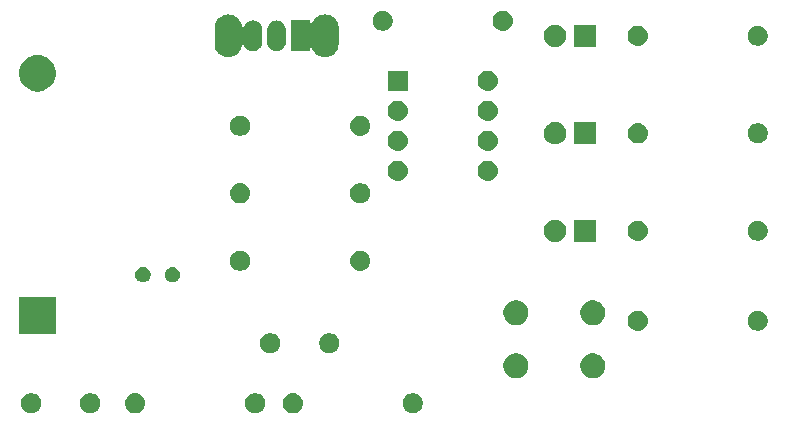
<source format=gbr>
G04 #@! TF.GenerationSoftware,KiCad,Pcbnew,(5.1.4)-1*
G04 #@! TF.CreationDate,2019-11-04T14:48:40+01:00*
G04 #@! TF.ProjectId,Soundsensor Digital,536f756e-6473-4656-9e73-6f7220446967,rev?*
G04 #@! TF.SameCoordinates,Original*
G04 #@! TF.FileFunction,Soldermask,Bot*
G04 #@! TF.FilePolarity,Negative*
%FSLAX46Y46*%
G04 Gerber Fmt 4.6, Leading zero omitted, Abs format (unit mm)*
G04 Created by KiCad (PCBNEW (5.1.4)-1) date 2019-11-04 14:48:40*
%MOMM*%
%LPD*%
G04 APERTURE LIST*
%ADD10C,0.100000*%
G04 APERTURE END LIST*
D10*
G36*
X154633228Y-129991703D02*
G01*
X154788100Y-130055853D01*
X154927481Y-130148985D01*
X155046015Y-130267519D01*
X155139147Y-130406900D01*
X155203297Y-130561772D01*
X155236000Y-130726184D01*
X155236000Y-130893816D01*
X155203297Y-131058228D01*
X155139147Y-131213100D01*
X155046015Y-131352481D01*
X154927481Y-131471015D01*
X154788100Y-131564147D01*
X154633228Y-131628297D01*
X154468816Y-131661000D01*
X154301184Y-131661000D01*
X154136772Y-131628297D01*
X153981900Y-131564147D01*
X153842519Y-131471015D01*
X153723985Y-131352481D01*
X153630853Y-131213100D01*
X153566703Y-131058228D01*
X153534000Y-130893816D01*
X153534000Y-130726184D01*
X153566703Y-130561772D01*
X153630853Y-130406900D01*
X153723985Y-130267519D01*
X153842519Y-130148985D01*
X153981900Y-130055853D01*
X154136772Y-129991703D01*
X154301184Y-129959000D01*
X154468816Y-129959000D01*
X154633228Y-129991703D01*
X154633228Y-129991703D01*
G37*
G36*
X186938228Y-129991703D02*
G01*
X187093100Y-130055853D01*
X187232481Y-130148985D01*
X187351015Y-130267519D01*
X187444147Y-130406900D01*
X187508297Y-130561772D01*
X187541000Y-130726184D01*
X187541000Y-130893816D01*
X187508297Y-131058228D01*
X187444147Y-131213100D01*
X187351015Y-131352481D01*
X187232481Y-131471015D01*
X187093100Y-131564147D01*
X186938228Y-131628297D01*
X186773816Y-131661000D01*
X186606184Y-131661000D01*
X186441772Y-131628297D01*
X186286900Y-131564147D01*
X186147519Y-131471015D01*
X186028985Y-131352481D01*
X185935853Y-131213100D01*
X185871703Y-131058228D01*
X185839000Y-130893816D01*
X185839000Y-130726184D01*
X185871703Y-130561772D01*
X185935853Y-130406900D01*
X186028985Y-130267519D01*
X186147519Y-130148985D01*
X186286900Y-130055853D01*
X186441772Y-129991703D01*
X186606184Y-129959000D01*
X186773816Y-129959000D01*
X186938228Y-129991703D01*
X186938228Y-129991703D01*
G37*
G36*
X176696823Y-129971313D02*
G01*
X176857242Y-130019976D01*
X176924361Y-130055852D01*
X177005078Y-130098996D01*
X177134659Y-130205341D01*
X177241004Y-130334922D01*
X177241005Y-130334924D01*
X177320024Y-130482758D01*
X177368687Y-130643177D01*
X177385117Y-130810000D01*
X177368687Y-130976823D01*
X177320024Y-131137242D01*
X177279477Y-131213100D01*
X177241004Y-131285078D01*
X177134659Y-131414659D01*
X177005078Y-131521004D01*
X177005076Y-131521005D01*
X176857242Y-131600024D01*
X176696823Y-131648687D01*
X176571804Y-131661000D01*
X176488196Y-131661000D01*
X176363177Y-131648687D01*
X176202758Y-131600024D01*
X176054924Y-131521005D01*
X176054922Y-131521004D01*
X175925341Y-131414659D01*
X175818996Y-131285078D01*
X175780523Y-131213100D01*
X175739976Y-131137242D01*
X175691313Y-130976823D01*
X175674883Y-130810000D01*
X175691313Y-130643177D01*
X175739976Y-130482758D01*
X175818995Y-130334924D01*
X175818996Y-130334922D01*
X175925341Y-130205341D01*
X176054922Y-130098996D01*
X176135639Y-130055852D01*
X176202758Y-130019976D01*
X176363177Y-129971313D01*
X176488196Y-129959000D01*
X176571804Y-129959000D01*
X176696823Y-129971313D01*
X176696823Y-129971313D01*
G37*
G36*
X173603228Y-129991703D02*
G01*
X173758100Y-130055853D01*
X173897481Y-130148985D01*
X174016015Y-130267519D01*
X174109147Y-130406900D01*
X174173297Y-130561772D01*
X174206000Y-130726184D01*
X174206000Y-130893816D01*
X174173297Y-131058228D01*
X174109147Y-131213100D01*
X174016015Y-131352481D01*
X173897481Y-131471015D01*
X173758100Y-131564147D01*
X173603228Y-131628297D01*
X173438816Y-131661000D01*
X173271184Y-131661000D01*
X173106772Y-131628297D01*
X172951900Y-131564147D01*
X172812519Y-131471015D01*
X172693985Y-131352481D01*
X172600853Y-131213100D01*
X172536703Y-131058228D01*
X172504000Y-130893816D01*
X172504000Y-130726184D01*
X172536703Y-130561772D01*
X172600853Y-130406900D01*
X172693985Y-130267519D01*
X172812519Y-130148985D01*
X172951900Y-130055853D01*
X173106772Y-129991703D01*
X173271184Y-129959000D01*
X173438816Y-129959000D01*
X173603228Y-129991703D01*
X173603228Y-129991703D01*
G37*
G36*
X159633228Y-129991703D02*
G01*
X159788100Y-130055853D01*
X159927481Y-130148985D01*
X160046015Y-130267519D01*
X160139147Y-130406900D01*
X160203297Y-130561772D01*
X160236000Y-130726184D01*
X160236000Y-130893816D01*
X160203297Y-131058228D01*
X160139147Y-131213100D01*
X160046015Y-131352481D01*
X159927481Y-131471015D01*
X159788100Y-131564147D01*
X159633228Y-131628297D01*
X159468816Y-131661000D01*
X159301184Y-131661000D01*
X159136772Y-131628297D01*
X158981900Y-131564147D01*
X158842519Y-131471015D01*
X158723985Y-131352481D01*
X158630853Y-131213100D01*
X158566703Y-131058228D01*
X158534000Y-130893816D01*
X158534000Y-130726184D01*
X158566703Y-130561772D01*
X158630853Y-130406900D01*
X158723985Y-130267519D01*
X158842519Y-130148985D01*
X158981900Y-130055853D01*
X159136772Y-129991703D01*
X159301184Y-129959000D01*
X159468816Y-129959000D01*
X159633228Y-129991703D01*
X159633228Y-129991703D01*
G37*
G36*
X163361823Y-129971313D02*
G01*
X163522242Y-130019976D01*
X163589361Y-130055852D01*
X163670078Y-130098996D01*
X163799659Y-130205341D01*
X163906004Y-130334922D01*
X163906005Y-130334924D01*
X163985024Y-130482758D01*
X164033687Y-130643177D01*
X164050117Y-130810000D01*
X164033687Y-130976823D01*
X163985024Y-131137242D01*
X163944477Y-131213100D01*
X163906004Y-131285078D01*
X163799659Y-131414659D01*
X163670078Y-131521004D01*
X163670076Y-131521005D01*
X163522242Y-131600024D01*
X163361823Y-131648687D01*
X163236804Y-131661000D01*
X163153196Y-131661000D01*
X163028177Y-131648687D01*
X162867758Y-131600024D01*
X162719924Y-131521005D01*
X162719922Y-131521004D01*
X162590341Y-131414659D01*
X162483996Y-131285078D01*
X162445523Y-131213100D01*
X162404976Y-131137242D01*
X162356313Y-130976823D01*
X162339883Y-130810000D01*
X162356313Y-130643177D01*
X162404976Y-130482758D01*
X162483995Y-130334924D01*
X162483996Y-130334922D01*
X162590341Y-130205341D01*
X162719922Y-130098996D01*
X162800639Y-130055852D01*
X162867758Y-130019976D01*
X163028177Y-129971313D01*
X163153196Y-129959000D01*
X163236804Y-129959000D01*
X163361823Y-129971313D01*
X163361823Y-129971313D01*
G37*
G36*
X195736564Y-126624389D02*
G01*
X195927833Y-126703615D01*
X195927835Y-126703616D01*
X196099973Y-126818635D01*
X196246365Y-126965027D01*
X196361385Y-127137167D01*
X196440611Y-127328436D01*
X196481000Y-127531484D01*
X196481000Y-127738516D01*
X196440611Y-127941564D01*
X196361385Y-128132833D01*
X196361384Y-128132835D01*
X196246365Y-128304973D01*
X196099973Y-128451365D01*
X195927835Y-128566384D01*
X195927834Y-128566385D01*
X195927833Y-128566385D01*
X195736564Y-128645611D01*
X195533516Y-128686000D01*
X195326484Y-128686000D01*
X195123436Y-128645611D01*
X194932167Y-128566385D01*
X194932166Y-128566385D01*
X194932165Y-128566384D01*
X194760027Y-128451365D01*
X194613635Y-128304973D01*
X194498616Y-128132835D01*
X194498615Y-128132833D01*
X194419389Y-127941564D01*
X194379000Y-127738516D01*
X194379000Y-127531484D01*
X194419389Y-127328436D01*
X194498615Y-127137167D01*
X194613635Y-126965027D01*
X194760027Y-126818635D01*
X194932165Y-126703616D01*
X194932167Y-126703615D01*
X195123436Y-126624389D01*
X195326484Y-126584000D01*
X195533516Y-126584000D01*
X195736564Y-126624389D01*
X195736564Y-126624389D01*
G37*
G36*
X202236564Y-126624389D02*
G01*
X202427833Y-126703615D01*
X202427835Y-126703616D01*
X202599973Y-126818635D01*
X202746365Y-126965027D01*
X202861385Y-127137167D01*
X202940611Y-127328436D01*
X202981000Y-127531484D01*
X202981000Y-127738516D01*
X202940611Y-127941564D01*
X202861385Y-128132833D01*
X202861384Y-128132835D01*
X202746365Y-128304973D01*
X202599973Y-128451365D01*
X202427835Y-128566384D01*
X202427834Y-128566385D01*
X202427833Y-128566385D01*
X202236564Y-128645611D01*
X202033516Y-128686000D01*
X201826484Y-128686000D01*
X201623436Y-128645611D01*
X201432167Y-128566385D01*
X201432166Y-128566385D01*
X201432165Y-128566384D01*
X201260027Y-128451365D01*
X201113635Y-128304973D01*
X200998616Y-128132835D01*
X200998615Y-128132833D01*
X200919389Y-127941564D01*
X200879000Y-127738516D01*
X200879000Y-127531484D01*
X200919389Y-127328436D01*
X200998615Y-127137167D01*
X201113635Y-126965027D01*
X201260027Y-126818635D01*
X201432165Y-126703616D01*
X201432167Y-126703615D01*
X201623436Y-126624389D01*
X201826484Y-126584000D01*
X202033516Y-126584000D01*
X202236564Y-126624389D01*
X202236564Y-126624389D01*
G37*
G36*
X179873228Y-124911703D02*
G01*
X180028100Y-124975853D01*
X180167481Y-125068985D01*
X180286015Y-125187519D01*
X180379147Y-125326900D01*
X180443297Y-125481772D01*
X180476000Y-125646184D01*
X180476000Y-125813816D01*
X180443297Y-125978228D01*
X180379147Y-126133100D01*
X180286015Y-126272481D01*
X180167481Y-126391015D01*
X180028100Y-126484147D01*
X179873228Y-126548297D01*
X179708816Y-126581000D01*
X179541184Y-126581000D01*
X179376772Y-126548297D01*
X179221900Y-126484147D01*
X179082519Y-126391015D01*
X178963985Y-126272481D01*
X178870853Y-126133100D01*
X178806703Y-125978228D01*
X178774000Y-125813816D01*
X178774000Y-125646184D01*
X178806703Y-125481772D01*
X178870853Y-125326900D01*
X178963985Y-125187519D01*
X179082519Y-125068985D01*
X179221900Y-124975853D01*
X179376772Y-124911703D01*
X179541184Y-124879000D01*
X179708816Y-124879000D01*
X179873228Y-124911703D01*
X179873228Y-124911703D01*
G37*
G36*
X174873228Y-124911703D02*
G01*
X175028100Y-124975853D01*
X175167481Y-125068985D01*
X175286015Y-125187519D01*
X175379147Y-125326900D01*
X175443297Y-125481772D01*
X175476000Y-125646184D01*
X175476000Y-125813816D01*
X175443297Y-125978228D01*
X175379147Y-126133100D01*
X175286015Y-126272481D01*
X175167481Y-126391015D01*
X175028100Y-126484147D01*
X174873228Y-126548297D01*
X174708816Y-126581000D01*
X174541184Y-126581000D01*
X174376772Y-126548297D01*
X174221900Y-126484147D01*
X174082519Y-126391015D01*
X173963985Y-126272481D01*
X173870853Y-126133100D01*
X173806703Y-125978228D01*
X173774000Y-125813816D01*
X173774000Y-125646184D01*
X173806703Y-125481772D01*
X173870853Y-125326900D01*
X173963985Y-125187519D01*
X174082519Y-125068985D01*
X174221900Y-124975853D01*
X174376772Y-124911703D01*
X174541184Y-124879000D01*
X174708816Y-124879000D01*
X174873228Y-124911703D01*
X174873228Y-124911703D01*
G37*
G36*
X156491000Y-124911000D02*
G01*
X153389000Y-124911000D01*
X153389000Y-121809000D01*
X156491000Y-121809000D01*
X156491000Y-124911000D01*
X156491000Y-124911000D01*
G37*
G36*
X205906823Y-122986313D02*
G01*
X206067242Y-123034976D01*
X206134361Y-123070852D01*
X206215078Y-123113996D01*
X206344659Y-123220341D01*
X206451004Y-123349922D01*
X206451005Y-123349924D01*
X206530024Y-123497758D01*
X206578687Y-123658177D01*
X206595117Y-123825000D01*
X206578687Y-123991823D01*
X206530024Y-124152242D01*
X206489477Y-124228100D01*
X206451004Y-124300078D01*
X206344659Y-124429659D01*
X206215078Y-124536004D01*
X206215076Y-124536005D01*
X206067242Y-124615024D01*
X205906823Y-124663687D01*
X205781804Y-124676000D01*
X205698196Y-124676000D01*
X205573177Y-124663687D01*
X205412758Y-124615024D01*
X205264924Y-124536005D01*
X205264922Y-124536004D01*
X205135341Y-124429659D01*
X205028996Y-124300078D01*
X204990523Y-124228100D01*
X204949976Y-124152242D01*
X204901313Y-123991823D01*
X204884883Y-123825000D01*
X204901313Y-123658177D01*
X204949976Y-123497758D01*
X205028995Y-123349924D01*
X205028996Y-123349922D01*
X205135341Y-123220341D01*
X205264922Y-123113996D01*
X205345639Y-123070852D01*
X205412758Y-123034976D01*
X205573177Y-122986313D01*
X205698196Y-122974000D01*
X205781804Y-122974000D01*
X205906823Y-122986313D01*
X205906823Y-122986313D01*
G37*
G36*
X216148228Y-123006703D02*
G01*
X216303100Y-123070853D01*
X216442481Y-123163985D01*
X216561015Y-123282519D01*
X216654147Y-123421900D01*
X216718297Y-123576772D01*
X216751000Y-123741184D01*
X216751000Y-123908816D01*
X216718297Y-124073228D01*
X216654147Y-124228100D01*
X216561015Y-124367481D01*
X216442481Y-124486015D01*
X216303100Y-124579147D01*
X216148228Y-124643297D01*
X215983816Y-124676000D01*
X215816184Y-124676000D01*
X215651772Y-124643297D01*
X215496900Y-124579147D01*
X215357519Y-124486015D01*
X215238985Y-124367481D01*
X215145853Y-124228100D01*
X215081703Y-124073228D01*
X215049000Y-123908816D01*
X215049000Y-123741184D01*
X215081703Y-123576772D01*
X215145853Y-123421900D01*
X215238985Y-123282519D01*
X215357519Y-123163985D01*
X215496900Y-123070853D01*
X215651772Y-123006703D01*
X215816184Y-122974000D01*
X215983816Y-122974000D01*
X216148228Y-123006703D01*
X216148228Y-123006703D01*
G37*
G36*
X195736564Y-122124389D02*
G01*
X195927833Y-122203615D01*
X195927835Y-122203616D01*
X196099973Y-122318635D01*
X196246365Y-122465027D01*
X196361385Y-122637167D01*
X196440611Y-122828436D01*
X196481000Y-123031484D01*
X196481000Y-123238516D01*
X196440611Y-123441564D01*
X196384606Y-123576772D01*
X196361384Y-123632835D01*
X196246365Y-123804973D01*
X196099973Y-123951365D01*
X195927835Y-124066384D01*
X195927834Y-124066385D01*
X195927833Y-124066385D01*
X195736564Y-124145611D01*
X195533516Y-124186000D01*
X195326484Y-124186000D01*
X195123436Y-124145611D01*
X194932167Y-124066385D01*
X194932166Y-124066385D01*
X194932165Y-124066384D01*
X194760027Y-123951365D01*
X194613635Y-123804973D01*
X194498616Y-123632835D01*
X194475394Y-123576772D01*
X194419389Y-123441564D01*
X194379000Y-123238516D01*
X194379000Y-123031484D01*
X194419389Y-122828436D01*
X194498615Y-122637167D01*
X194613635Y-122465027D01*
X194760027Y-122318635D01*
X194932165Y-122203616D01*
X194932167Y-122203615D01*
X195123436Y-122124389D01*
X195326484Y-122084000D01*
X195533516Y-122084000D01*
X195736564Y-122124389D01*
X195736564Y-122124389D01*
G37*
G36*
X202236564Y-122124389D02*
G01*
X202427833Y-122203615D01*
X202427835Y-122203616D01*
X202599973Y-122318635D01*
X202746365Y-122465027D01*
X202861385Y-122637167D01*
X202940611Y-122828436D01*
X202981000Y-123031484D01*
X202981000Y-123238516D01*
X202940611Y-123441564D01*
X202884606Y-123576772D01*
X202861384Y-123632835D01*
X202746365Y-123804973D01*
X202599973Y-123951365D01*
X202427835Y-124066384D01*
X202427834Y-124066385D01*
X202427833Y-124066385D01*
X202236564Y-124145611D01*
X202033516Y-124186000D01*
X201826484Y-124186000D01*
X201623436Y-124145611D01*
X201432167Y-124066385D01*
X201432166Y-124066385D01*
X201432165Y-124066384D01*
X201260027Y-123951365D01*
X201113635Y-123804973D01*
X200998616Y-123632835D01*
X200975394Y-123576772D01*
X200919389Y-123441564D01*
X200879000Y-123238516D01*
X200879000Y-123031484D01*
X200919389Y-122828436D01*
X200998615Y-122637167D01*
X201113635Y-122465027D01*
X201260027Y-122318635D01*
X201432165Y-122203616D01*
X201432167Y-122203615D01*
X201623436Y-122124389D01*
X201826484Y-122084000D01*
X202033516Y-122084000D01*
X202236564Y-122124389D01*
X202236564Y-122124389D01*
G37*
G36*
X166507031Y-119287481D02*
G01*
X166539890Y-119294017D01*
X166658364Y-119343091D01*
X166764988Y-119414335D01*
X166855665Y-119505012D01*
X166926909Y-119611636D01*
X166975983Y-119730110D01*
X167001000Y-119855882D01*
X167001000Y-119984118D01*
X166975983Y-120109890D01*
X166926909Y-120228364D01*
X166855665Y-120334988D01*
X166764988Y-120425665D01*
X166658364Y-120496909D01*
X166658363Y-120496910D01*
X166658362Y-120496910D01*
X166539890Y-120545983D01*
X166414119Y-120571000D01*
X166285881Y-120571000D01*
X166160110Y-120545983D01*
X166041638Y-120496910D01*
X166041637Y-120496910D01*
X166041636Y-120496909D01*
X165935012Y-120425665D01*
X165844335Y-120334988D01*
X165773091Y-120228364D01*
X165724017Y-120109890D01*
X165699000Y-119984118D01*
X165699000Y-119855882D01*
X165724017Y-119730110D01*
X165773091Y-119611636D01*
X165844335Y-119505012D01*
X165935012Y-119414335D01*
X166041636Y-119343091D01*
X166160110Y-119294017D01*
X166192969Y-119287481D01*
X166285881Y-119269000D01*
X166414119Y-119269000D01*
X166507031Y-119287481D01*
X166507031Y-119287481D01*
G37*
G36*
X164007031Y-119287481D02*
G01*
X164039890Y-119294017D01*
X164158364Y-119343091D01*
X164264988Y-119414335D01*
X164355665Y-119505012D01*
X164426909Y-119611636D01*
X164475983Y-119730110D01*
X164501000Y-119855882D01*
X164501000Y-119984118D01*
X164475983Y-120109890D01*
X164426909Y-120228364D01*
X164355665Y-120334988D01*
X164264988Y-120425665D01*
X164158364Y-120496909D01*
X164158363Y-120496910D01*
X164158362Y-120496910D01*
X164039890Y-120545983D01*
X163914119Y-120571000D01*
X163785881Y-120571000D01*
X163660110Y-120545983D01*
X163541638Y-120496910D01*
X163541637Y-120496910D01*
X163541636Y-120496909D01*
X163435012Y-120425665D01*
X163344335Y-120334988D01*
X163273091Y-120228364D01*
X163224017Y-120109890D01*
X163199000Y-119984118D01*
X163199000Y-119855882D01*
X163224017Y-119730110D01*
X163273091Y-119611636D01*
X163344335Y-119505012D01*
X163435012Y-119414335D01*
X163541636Y-119343091D01*
X163660110Y-119294017D01*
X163692969Y-119287481D01*
X163785881Y-119269000D01*
X163914119Y-119269000D01*
X164007031Y-119287481D01*
X164007031Y-119287481D01*
G37*
G36*
X182411823Y-117906313D02*
G01*
X182572242Y-117954976D01*
X182639361Y-117990852D01*
X182720078Y-118033996D01*
X182849659Y-118140341D01*
X182956004Y-118269922D01*
X182956005Y-118269924D01*
X183035024Y-118417758D01*
X183083687Y-118578177D01*
X183100117Y-118745000D01*
X183083687Y-118911823D01*
X183035024Y-119072242D01*
X182994477Y-119148100D01*
X182956004Y-119220078D01*
X182849659Y-119349659D01*
X182720078Y-119456004D01*
X182720076Y-119456005D01*
X182572242Y-119535024D01*
X182411823Y-119583687D01*
X182286804Y-119596000D01*
X182203196Y-119596000D01*
X182078177Y-119583687D01*
X181917758Y-119535024D01*
X181769924Y-119456005D01*
X181769922Y-119456004D01*
X181640341Y-119349659D01*
X181533996Y-119220078D01*
X181495523Y-119148100D01*
X181454976Y-119072242D01*
X181406313Y-118911823D01*
X181389883Y-118745000D01*
X181406313Y-118578177D01*
X181454976Y-118417758D01*
X181533995Y-118269924D01*
X181533996Y-118269922D01*
X181640341Y-118140341D01*
X181769922Y-118033996D01*
X181850639Y-117990852D01*
X181917758Y-117954976D01*
X182078177Y-117906313D01*
X182203196Y-117894000D01*
X182286804Y-117894000D01*
X182411823Y-117906313D01*
X182411823Y-117906313D01*
G37*
G36*
X172333228Y-117926703D02*
G01*
X172488100Y-117990853D01*
X172627481Y-118083985D01*
X172746015Y-118202519D01*
X172839147Y-118341900D01*
X172903297Y-118496772D01*
X172936000Y-118661184D01*
X172936000Y-118828816D01*
X172903297Y-118993228D01*
X172839147Y-119148100D01*
X172746015Y-119287481D01*
X172627481Y-119406015D01*
X172488100Y-119499147D01*
X172333228Y-119563297D01*
X172168816Y-119596000D01*
X172001184Y-119596000D01*
X171836772Y-119563297D01*
X171681900Y-119499147D01*
X171542519Y-119406015D01*
X171423985Y-119287481D01*
X171330853Y-119148100D01*
X171266703Y-118993228D01*
X171234000Y-118828816D01*
X171234000Y-118661184D01*
X171266703Y-118496772D01*
X171330853Y-118341900D01*
X171423985Y-118202519D01*
X171542519Y-118083985D01*
X171681900Y-117990853D01*
X171836772Y-117926703D01*
X172001184Y-117894000D01*
X172168816Y-117894000D01*
X172333228Y-117926703D01*
X172333228Y-117926703D01*
G37*
G36*
X202246000Y-117156000D02*
G01*
X200344000Y-117156000D01*
X200344000Y-115254000D01*
X202246000Y-115254000D01*
X202246000Y-117156000D01*
X202246000Y-117156000D01*
G37*
G36*
X199032395Y-115290546D02*
G01*
X199205466Y-115362234D01*
X199211572Y-115366314D01*
X199361227Y-115466310D01*
X199493690Y-115598773D01*
X199536284Y-115662520D01*
X199597766Y-115754534D01*
X199669454Y-115927605D01*
X199706000Y-116111333D01*
X199706000Y-116298667D01*
X199669454Y-116482395D01*
X199597766Y-116655466D01*
X199597765Y-116655467D01*
X199493690Y-116811227D01*
X199361227Y-116943690D01*
X199338092Y-116959148D01*
X199205466Y-117047766D01*
X199032395Y-117119454D01*
X198848667Y-117156000D01*
X198661333Y-117156000D01*
X198477605Y-117119454D01*
X198304534Y-117047766D01*
X198171908Y-116959148D01*
X198148773Y-116943690D01*
X198016310Y-116811227D01*
X197912235Y-116655467D01*
X197912234Y-116655466D01*
X197840546Y-116482395D01*
X197804000Y-116298667D01*
X197804000Y-116111333D01*
X197840546Y-115927605D01*
X197912234Y-115754534D01*
X197973716Y-115662520D01*
X198016310Y-115598773D01*
X198148773Y-115466310D01*
X198298428Y-115366314D01*
X198304534Y-115362234D01*
X198477605Y-115290546D01*
X198661333Y-115254000D01*
X198848667Y-115254000D01*
X199032395Y-115290546D01*
X199032395Y-115290546D01*
G37*
G36*
X205906823Y-115366313D02*
G01*
X206067242Y-115414976D01*
X206134361Y-115450852D01*
X206215078Y-115493996D01*
X206344659Y-115600341D01*
X206451004Y-115729922D01*
X206451005Y-115729924D01*
X206530024Y-115877758D01*
X206578687Y-116038177D01*
X206595117Y-116205000D01*
X206578687Y-116371823D01*
X206530024Y-116532242D01*
X206489477Y-116608100D01*
X206451004Y-116680078D01*
X206344659Y-116809659D01*
X206215078Y-116916004D01*
X206215076Y-116916005D01*
X206067242Y-116995024D01*
X205906823Y-117043687D01*
X205781804Y-117056000D01*
X205698196Y-117056000D01*
X205573177Y-117043687D01*
X205412758Y-116995024D01*
X205264924Y-116916005D01*
X205264922Y-116916004D01*
X205135341Y-116809659D01*
X205028996Y-116680078D01*
X204990523Y-116608100D01*
X204949976Y-116532242D01*
X204901313Y-116371823D01*
X204884883Y-116205000D01*
X204901313Y-116038177D01*
X204949976Y-115877758D01*
X205028995Y-115729924D01*
X205028996Y-115729922D01*
X205135341Y-115600341D01*
X205264922Y-115493996D01*
X205345639Y-115450852D01*
X205412758Y-115414976D01*
X205573177Y-115366313D01*
X205698196Y-115354000D01*
X205781804Y-115354000D01*
X205906823Y-115366313D01*
X205906823Y-115366313D01*
G37*
G36*
X216148228Y-115386703D02*
G01*
X216303100Y-115450853D01*
X216442481Y-115543985D01*
X216561015Y-115662519D01*
X216654147Y-115801900D01*
X216718297Y-115956772D01*
X216751000Y-116121184D01*
X216751000Y-116288816D01*
X216718297Y-116453228D01*
X216654147Y-116608100D01*
X216561015Y-116747481D01*
X216442481Y-116866015D01*
X216303100Y-116959147D01*
X216148228Y-117023297D01*
X215983816Y-117056000D01*
X215816184Y-117056000D01*
X215651772Y-117023297D01*
X215496900Y-116959147D01*
X215357519Y-116866015D01*
X215238985Y-116747481D01*
X215145853Y-116608100D01*
X215081703Y-116453228D01*
X215049000Y-116288816D01*
X215049000Y-116121184D01*
X215081703Y-115956772D01*
X215145853Y-115801900D01*
X215238985Y-115662519D01*
X215357519Y-115543985D01*
X215496900Y-115450853D01*
X215651772Y-115386703D01*
X215816184Y-115354000D01*
X215983816Y-115354000D01*
X216148228Y-115386703D01*
X216148228Y-115386703D01*
G37*
G36*
X182493228Y-112211703D02*
G01*
X182648100Y-112275853D01*
X182787481Y-112368985D01*
X182906015Y-112487519D01*
X182999147Y-112626900D01*
X183063297Y-112781772D01*
X183096000Y-112946184D01*
X183096000Y-113113816D01*
X183063297Y-113278228D01*
X182999147Y-113433100D01*
X182906015Y-113572481D01*
X182787481Y-113691015D01*
X182648100Y-113784147D01*
X182493228Y-113848297D01*
X182328816Y-113881000D01*
X182161184Y-113881000D01*
X181996772Y-113848297D01*
X181841900Y-113784147D01*
X181702519Y-113691015D01*
X181583985Y-113572481D01*
X181490853Y-113433100D01*
X181426703Y-113278228D01*
X181394000Y-113113816D01*
X181394000Y-112946184D01*
X181426703Y-112781772D01*
X181490853Y-112626900D01*
X181583985Y-112487519D01*
X181702519Y-112368985D01*
X181841900Y-112275853D01*
X181996772Y-112211703D01*
X182161184Y-112179000D01*
X182328816Y-112179000D01*
X182493228Y-112211703D01*
X182493228Y-112211703D01*
G37*
G36*
X172251823Y-112191313D02*
G01*
X172412242Y-112239976D01*
X172479361Y-112275852D01*
X172560078Y-112318996D01*
X172689659Y-112425341D01*
X172796004Y-112554922D01*
X172796005Y-112554924D01*
X172875024Y-112702758D01*
X172923687Y-112863177D01*
X172940117Y-113030000D01*
X172923687Y-113196823D01*
X172875024Y-113357242D01*
X172834477Y-113433100D01*
X172796004Y-113505078D01*
X172689659Y-113634659D01*
X172560078Y-113741004D01*
X172560076Y-113741005D01*
X172412242Y-113820024D01*
X172251823Y-113868687D01*
X172126804Y-113881000D01*
X172043196Y-113881000D01*
X171918177Y-113868687D01*
X171757758Y-113820024D01*
X171609924Y-113741005D01*
X171609922Y-113741004D01*
X171480341Y-113634659D01*
X171373996Y-113505078D01*
X171335523Y-113433100D01*
X171294976Y-113357242D01*
X171246313Y-113196823D01*
X171229883Y-113030000D01*
X171246313Y-112863177D01*
X171294976Y-112702758D01*
X171373995Y-112554924D01*
X171373996Y-112554922D01*
X171480341Y-112425341D01*
X171609922Y-112318996D01*
X171690639Y-112275852D01*
X171757758Y-112239976D01*
X171918177Y-112191313D01*
X172043196Y-112179000D01*
X172126804Y-112179000D01*
X172251823Y-112191313D01*
X172251823Y-112191313D01*
G37*
G36*
X185586823Y-110286313D02*
G01*
X185747242Y-110334976D01*
X185879906Y-110405886D01*
X185895078Y-110413996D01*
X186024659Y-110520341D01*
X186131004Y-110649922D01*
X186131005Y-110649924D01*
X186210024Y-110797758D01*
X186258687Y-110958177D01*
X186275117Y-111125000D01*
X186258687Y-111291823D01*
X186210024Y-111452242D01*
X186139114Y-111584906D01*
X186131004Y-111600078D01*
X186024659Y-111729659D01*
X185895078Y-111836004D01*
X185895076Y-111836005D01*
X185747242Y-111915024D01*
X185586823Y-111963687D01*
X185461804Y-111976000D01*
X185378196Y-111976000D01*
X185253177Y-111963687D01*
X185092758Y-111915024D01*
X184944924Y-111836005D01*
X184944922Y-111836004D01*
X184815341Y-111729659D01*
X184708996Y-111600078D01*
X184700886Y-111584906D01*
X184629976Y-111452242D01*
X184581313Y-111291823D01*
X184564883Y-111125000D01*
X184581313Y-110958177D01*
X184629976Y-110797758D01*
X184708995Y-110649924D01*
X184708996Y-110649922D01*
X184815341Y-110520341D01*
X184944922Y-110413996D01*
X184960094Y-110405886D01*
X185092758Y-110334976D01*
X185253177Y-110286313D01*
X185378196Y-110274000D01*
X185461804Y-110274000D01*
X185586823Y-110286313D01*
X185586823Y-110286313D01*
G37*
G36*
X193206823Y-110286313D02*
G01*
X193367242Y-110334976D01*
X193499906Y-110405886D01*
X193515078Y-110413996D01*
X193644659Y-110520341D01*
X193751004Y-110649922D01*
X193751005Y-110649924D01*
X193830024Y-110797758D01*
X193878687Y-110958177D01*
X193895117Y-111125000D01*
X193878687Y-111291823D01*
X193830024Y-111452242D01*
X193759114Y-111584906D01*
X193751004Y-111600078D01*
X193644659Y-111729659D01*
X193515078Y-111836004D01*
X193515076Y-111836005D01*
X193367242Y-111915024D01*
X193206823Y-111963687D01*
X193081804Y-111976000D01*
X192998196Y-111976000D01*
X192873177Y-111963687D01*
X192712758Y-111915024D01*
X192564924Y-111836005D01*
X192564922Y-111836004D01*
X192435341Y-111729659D01*
X192328996Y-111600078D01*
X192320886Y-111584906D01*
X192249976Y-111452242D01*
X192201313Y-111291823D01*
X192184883Y-111125000D01*
X192201313Y-110958177D01*
X192249976Y-110797758D01*
X192328995Y-110649924D01*
X192328996Y-110649922D01*
X192435341Y-110520341D01*
X192564922Y-110413996D01*
X192580094Y-110405886D01*
X192712758Y-110334976D01*
X192873177Y-110286313D01*
X192998196Y-110274000D01*
X193081804Y-110274000D01*
X193206823Y-110286313D01*
X193206823Y-110286313D01*
G37*
G36*
X193206823Y-107746313D02*
G01*
X193367242Y-107794976D01*
X193499906Y-107865886D01*
X193515078Y-107873996D01*
X193644659Y-107980341D01*
X193751004Y-108109922D01*
X193751005Y-108109924D01*
X193830024Y-108257758D01*
X193878687Y-108418177D01*
X193895117Y-108585000D01*
X193878687Y-108751823D01*
X193830024Y-108912242D01*
X193759114Y-109044906D01*
X193751004Y-109060078D01*
X193644659Y-109189659D01*
X193515078Y-109296004D01*
X193515076Y-109296005D01*
X193367242Y-109375024D01*
X193206823Y-109423687D01*
X193081804Y-109436000D01*
X192998196Y-109436000D01*
X192873177Y-109423687D01*
X192712758Y-109375024D01*
X192564924Y-109296005D01*
X192564922Y-109296004D01*
X192435341Y-109189659D01*
X192328996Y-109060078D01*
X192320886Y-109044906D01*
X192249976Y-108912242D01*
X192201313Y-108751823D01*
X192184883Y-108585000D01*
X192201313Y-108418177D01*
X192249976Y-108257758D01*
X192328995Y-108109924D01*
X192328996Y-108109922D01*
X192435341Y-107980341D01*
X192564922Y-107873996D01*
X192580094Y-107865886D01*
X192712758Y-107794976D01*
X192873177Y-107746313D01*
X192998196Y-107734000D01*
X193081804Y-107734000D01*
X193206823Y-107746313D01*
X193206823Y-107746313D01*
G37*
G36*
X185586823Y-107746313D02*
G01*
X185747242Y-107794976D01*
X185879906Y-107865886D01*
X185895078Y-107873996D01*
X186024659Y-107980341D01*
X186131004Y-108109922D01*
X186131005Y-108109924D01*
X186210024Y-108257758D01*
X186258687Y-108418177D01*
X186275117Y-108585000D01*
X186258687Y-108751823D01*
X186210024Y-108912242D01*
X186139114Y-109044906D01*
X186131004Y-109060078D01*
X186024659Y-109189659D01*
X185895078Y-109296004D01*
X185895076Y-109296005D01*
X185747242Y-109375024D01*
X185586823Y-109423687D01*
X185461804Y-109436000D01*
X185378196Y-109436000D01*
X185253177Y-109423687D01*
X185092758Y-109375024D01*
X184944924Y-109296005D01*
X184944922Y-109296004D01*
X184815341Y-109189659D01*
X184708996Y-109060078D01*
X184700886Y-109044906D01*
X184629976Y-108912242D01*
X184581313Y-108751823D01*
X184564883Y-108585000D01*
X184581313Y-108418177D01*
X184629976Y-108257758D01*
X184708995Y-108109924D01*
X184708996Y-108109922D01*
X184815341Y-107980341D01*
X184944922Y-107873996D01*
X184960094Y-107865886D01*
X185092758Y-107794976D01*
X185253177Y-107746313D01*
X185378196Y-107734000D01*
X185461804Y-107734000D01*
X185586823Y-107746313D01*
X185586823Y-107746313D01*
G37*
G36*
X202246000Y-108901000D02*
G01*
X200344000Y-108901000D01*
X200344000Y-106999000D01*
X202246000Y-106999000D01*
X202246000Y-108901000D01*
X202246000Y-108901000D01*
G37*
G36*
X199032395Y-107035546D02*
G01*
X199205466Y-107107234D01*
X199211572Y-107111314D01*
X199361227Y-107211310D01*
X199493690Y-107343773D01*
X199536284Y-107407520D01*
X199597766Y-107499534D01*
X199669454Y-107672605D01*
X199706000Y-107856333D01*
X199706000Y-108043667D01*
X199669454Y-108227395D01*
X199597766Y-108400466D01*
X199597765Y-108400467D01*
X199493690Y-108556227D01*
X199361227Y-108688690D01*
X199338092Y-108704148D01*
X199205466Y-108792766D01*
X199032395Y-108864454D01*
X198848667Y-108901000D01*
X198661333Y-108901000D01*
X198477605Y-108864454D01*
X198304534Y-108792766D01*
X198171908Y-108704148D01*
X198148773Y-108688690D01*
X198016310Y-108556227D01*
X197912235Y-108400467D01*
X197912234Y-108400466D01*
X197840546Y-108227395D01*
X197804000Y-108043667D01*
X197804000Y-107856333D01*
X197840546Y-107672605D01*
X197912234Y-107499534D01*
X197973716Y-107407520D01*
X198016310Y-107343773D01*
X198148773Y-107211310D01*
X198298428Y-107111314D01*
X198304534Y-107107234D01*
X198477605Y-107035546D01*
X198661333Y-106999000D01*
X198848667Y-106999000D01*
X199032395Y-107035546D01*
X199032395Y-107035546D01*
G37*
G36*
X205906823Y-107111313D02*
G01*
X206067242Y-107159976D01*
X206134361Y-107195852D01*
X206215078Y-107238996D01*
X206344659Y-107345341D01*
X206451004Y-107474922D01*
X206451005Y-107474924D01*
X206530024Y-107622758D01*
X206578687Y-107783177D01*
X206595117Y-107950000D01*
X206578687Y-108116823D01*
X206530024Y-108277242D01*
X206489477Y-108353100D01*
X206451004Y-108425078D01*
X206344659Y-108554659D01*
X206215078Y-108661004D01*
X206215076Y-108661005D01*
X206067242Y-108740024D01*
X205906823Y-108788687D01*
X205781804Y-108801000D01*
X205698196Y-108801000D01*
X205573177Y-108788687D01*
X205412758Y-108740024D01*
X205264924Y-108661005D01*
X205264922Y-108661004D01*
X205135341Y-108554659D01*
X205028996Y-108425078D01*
X204990523Y-108353100D01*
X204949976Y-108277242D01*
X204901313Y-108116823D01*
X204884883Y-107950000D01*
X204901313Y-107783177D01*
X204949976Y-107622758D01*
X205028995Y-107474924D01*
X205028996Y-107474922D01*
X205135341Y-107345341D01*
X205264922Y-107238996D01*
X205345639Y-107195852D01*
X205412758Y-107159976D01*
X205573177Y-107111313D01*
X205698196Y-107099000D01*
X205781804Y-107099000D01*
X205906823Y-107111313D01*
X205906823Y-107111313D01*
G37*
G36*
X216148228Y-107131703D02*
G01*
X216303100Y-107195853D01*
X216442481Y-107288985D01*
X216561015Y-107407519D01*
X216654147Y-107546900D01*
X216718297Y-107701772D01*
X216751000Y-107866184D01*
X216751000Y-108033816D01*
X216718297Y-108198228D01*
X216654147Y-108353100D01*
X216561015Y-108492481D01*
X216442481Y-108611015D01*
X216303100Y-108704147D01*
X216148228Y-108768297D01*
X215983816Y-108801000D01*
X215816184Y-108801000D01*
X215651772Y-108768297D01*
X215496900Y-108704147D01*
X215357519Y-108611015D01*
X215238985Y-108492481D01*
X215145853Y-108353100D01*
X215081703Y-108198228D01*
X215049000Y-108033816D01*
X215049000Y-107866184D01*
X215081703Y-107701772D01*
X215145853Y-107546900D01*
X215238985Y-107407519D01*
X215357519Y-107288985D01*
X215496900Y-107195853D01*
X215651772Y-107131703D01*
X215816184Y-107099000D01*
X215983816Y-107099000D01*
X216148228Y-107131703D01*
X216148228Y-107131703D01*
G37*
G36*
X182411823Y-106476313D02*
G01*
X182572242Y-106524976D01*
X182639361Y-106560852D01*
X182720078Y-106603996D01*
X182849659Y-106710341D01*
X182956004Y-106839922D01*
X182956005Y-106839924D01*
X183035024Y-106987758D01*
X183083687Y-107148177D01*
X183100117Y-107315000D01*
X183083687Y-107481823D01*
X183035024Y-107642242D01*
X182994477Y-107718100D01*
X182956004Y-107790078D01*
X182849659Y-107919659D01*
X182720078Y-108026004D01*
X182720076Y-108026005D01*
X182572242Y-108105024D01*
X182411823Y-108153687D01*
X182286804Y-108166000D01*
X182203196Y-108166000D01*
X182078177Y-108153687D01*
X181917758Y-108105024D01*
X181769924Y-108026005D01*
X181769922Y-108026004D01*
X181640341Y-107919659D01*
X181533996Y-107790078D01*
X181495523Y-107718100D01*
X181454976Y-107642242D01*
X181406313Y-107481823D01*
X181389883Y-107315000D01*
X181406313Y-107148177D01*
X181454976Y-106987758D01*
X181533995Y-106839924D01*
X181533996Y-106839922D01*
X181640341Y-106710341D01*
X181769922Y-106603996D01*
X181850639Y-106560852D01*
X181917758Y-106524976D01*
X182078177Y-106476313D01*
X182203196Y-106464000D01*
X182286804Y-106464000D01*
X182411823Y-106476313D01*
X182411823Y-106476313D01*
G37*
G36*
X172333228Y-106496703D02*
G01*
X172488100Y-106560853D01*
X172627481Y-106653985D01*
X172746015Y-106772519D01*
X172839147Y-106911900D01*
X172903297Y-107066772D01*
X172936000Y-107231184D01*
X172936000Y-107398816D01*
X172903297Y-107563228D01*
X172839147Y-107718100D01*
X172746015Y-107857481D01*
X172627481Y-107976015D01*
X172488100Y-108069147D01*
X172333228Y-108133297D01*
X172168816Y-108166000D01*
X172001184Y-108166000D01*
X171836772Y-108133297D01*
X171681900Y-108069147D01*
X171542519Y-107976015D01*
X171423985Y-107857481D01*
X171330853Y-107718100D01*
X171266703Y-107563228D01*
X171234000Y-107398816D01*
X171234000Y-107231184D01*
X171266703Y-107066772D01*
X171330853Y-106911900D01*
X171423985Y-106772519D01*
X171542519Y-106653985D01*
X171681900Y-106560853D01*
X171836772Y-106496703D01*
X172001184Y-106464000D01*
X172168816Y-106464000D01*
X172333228Y-106496703D01*
X172333228Y-106496703D01*
G37*
G36*
X193206823Y-105206313D02*
G01*
X193367242Y-105254976D01*
X193499906Y-105325886D01*
X193515078Y-105333996D01*
X193644659Y-105440341D01*
X193751004Y-105569922D01*
X193751005Y-105569924D01*
X193830024Y-105717758D01*
X193878687Y-105878177D01*
X193895117Y-106045000D01*
X193878687Y-106211823D01*
X193830024Y-106372242D01*
X193780978Y-106464000D01*
X193751004Y-106520078D01*
X193644659Y-106649659D01*
X193515078Y-106756004D01*
X193515076Y-106756005D01*
X193367242Y-106835024D01*
X193206823Y-106883687D01*
X193081804Y-106896000D01*
X192998196Y-106896000D01*
X192873177Y-106883687D01*
X192712758Y-106835024D01*
X192564924Y-106756005D01*
X192564922Y-106756004D01*
X192435341Y-106649659D01*
X192328996Y-106520078D01*
X192299022Y-106464000D01*
X192249976Y-106372242D01*
X192201313Y-106211823D01*
X192184883Y-106045000D01*
X192201313Y-105878177D01*
X192249976Y-105717758D01*
X192328995Y-105569924D01*
X192328996Y-105569922D01*
X192435341Y-105440341D01*
X192564922Y-105333996D01*
X192580094Y-105325886D01*
X192712758Y-105254976D01*
X192873177Y-105206313D01*
X192998196Y-105194000D01*
X193081804Y-105194000D01*
X193206823Y-105206313D01*
X193206823Y-105206313D01*
G37*
G36*
X185586823Y-105206313D02*
G01*
X185747242Y-105254976D01*
X185879906Y-105325886D01*
X185895078Y-105333996D01*
X186024659Y-105440341D01*
X186131004Y-105569922D01*
X186131005Y-105569924D01*
X186210024Y-105717758D01*
X186258687Y-105878177D01*
X186275117Y-106045000D01*
X186258687Y-106211823D01*
X186210024Y-106372242D01*
X186160978Y-106464000D01*
X186131004Y-106520078D01*
X186024659Y-106649659D01*
X185895078Y-106756004D01*
X185895076Y-106756005D01*
X185747242Y-106835024D01*
X185586823Y-106883687D01*
X185461804Y-106896000D01*
X185378196Y-106896000D01*
X185253177Y-106883687D01*
X185092758Y-106835024D01*
X184944924Y-106756005D01*
X184944922Y-106756004D01*
X184815341Y-106649659D01*
X184708996Y-106520078D01*
X184679022Y-106464000D01*
X184629976Y-106372242D01*
X184581313Y-106211823D01*
X184564883Y-106045000D01*
X184581313Y-105878177D01*
X184629976Y-105717758D01*
X184708995Y-105569924D01*
X184708996Y-105569922D01*
X184815341Y-105440341D01*
X184944922Y-105333996D01*
X184960094Y-105325886D01*
X185092758Y-105254976D01*
X185253177Y-105206313D01*
X185378196Y-105194000D01*
X185461804Y-105194000D01*
X185586823Y-105206313D01*
X185586823Y-105206313D01*
G37*
G36*
X155242585Y-101348802D02*
G01*
X155392410Y-101378604D01*
X155674674Y-101495521D01*
X155928705Y-101665259D01*
X156144741Y-101881295D01*
X156314479Y-102135326D01*
X156431396Y-102417590D01*
X156431396Y-102417591D01*
X156491000Y-102717239D01*
X156491000Y-103022761D01*
X156489575Y-103029924D01*
X156431396Y-103322410D01*
X156314479Y-103604674D01*
X156144741Y-103858705D01*
X155928705Y-104074741D01*
X155674674Y-104244479D01*
X155392410Y-104361396D01*
X155242585Y-104391198D01*
X155092761Y-104421000D01*
X154787239Y-104421000D01*
X154637415Y-104391198D01*
X154487590Y-104361396D01*
X154205326Y-104244479D01*
X153951295Y-104074741D01*
X153735259Y-103858705D01*
X153565521Y-103604674D01*
X153448604Y-103322410D01*
X153390425Y-103029924D01*
X153389000Y-103022761D01*
X153389000Y-102717239D01*
X153448604Y-102417591D01*
X153448604Y-102417590D01*
X153565521Y-102135326D01*
X153735259Y-101881295D01*
X153951295Y-101665259D01*
X154205326Y-101495521D01*
X154487590Y-101378604D01*
X154637415Y-101348802D01*
X154787239Y-101319000D01*
X155092761Y-101319000D01*
X155242585Y-101348802D01*
X155242585Y-101348802D01*
G37*
G36*
X186271000Y-104356000D02*
G01*
X184569000Y-104356000D01*
X184569000Y-102654000D01*
X186271000Y-102654000D01*
X186271000Y-104356000D01*
X186271000Y-104356000D01*
G37*
G36*
X193206823Y-102666313D02*
G01*
X193367242Y-102714976D01*
X193499906Y-102785886D01*
X193515078Y-102793996D01*
X193644659Y-102900341D01*
X193751004Y-103029922D01*
X193751005Y-103029924D01*
X193830024Y-103177758D01*
X193878687Y-103338177D01*
X193895117Y-103505000D01*
X193878687Y-103671823D01*
X193830024Y-103832242D01*
X193815879Y-103858705D01*
X193751004Y-103980078D01*
X193644659Y-104109659D01*
X193515078Y-104216004D01*
X193515076Y-104216005D01*
X193367242Y-104295024D01*
X193206823Y-104343687D01*
X193081804Y-104356000D01*
X192998196Y-104356000D01*
X192873177Y-104343687D01*
X192712758Y-104295024D01*
X192564924Y-104216005D01*
X192564922Y-104216004D01*
X192435341Y-104109659D01*
X192328996Y-103980078D01*
X192264121Y-103858705D01*
X192249976Y-103832242D01*
X192201313Y-103671823D01*
X192184883Y-103505000D01*
X192201313Y-103338177D01*
X192249976Y-103177758D01*
X192328995Y-103029924D01*
X192328996Y-103029922D01*
X192435341Y-102900341D01*
X192564922Y-102793996D01*
X192580094Y-102785886D01*
X192712758Y-102714976D01*
X192873177Y-102666313D01*
X192998196Y-102654000D01*
X193081804Y-102654000D01*
X193206823Y-102666313D01*
X193206823Y-102666313D01*
G37*
G36*
X179490635Y-97910654D02*
G01*
X179707600Y-97976470D01*
X179707602Y-97976471D01*
X179907555Y-98083347D01*
X180082818Y-98227182D01*
X180226653Y-98402445D01*
X180327878Y-98591825D01*
X180333530Y-98602400D01*
X180399346Y-98819365D01*
X180399346Y-98819366D01*
X180416000Y-98988455D01*
X180416000Y-100401545D01*
X180406006Y-100503011D01*
X180399346Y-100570635D01*
X180337005Y-100776146D01*
X180333529Y-100787602D01*
X180226653Y-100987555D01*
X180147652Y-101083817D01*
X180082818Y-101162818D01*
X179934204Y-101284781D01*
X179907553Y-101306653D01*
X179772941Y-101378604D01*
X179707599Y-101413530D01*
X179490634Y-101479346D01*
X179265000Y-101501569D01*
X179039365Y-101479346D01*
X178822400Y-101413530D01*
X178822398Y-101413529D01*
X178622445Y-101306653D01*
X178526183Y-101227652D01*
X178447182Y-101162818D01*
X178303348Y-100987554D01*
X178277186Y-100938608D01*
X178201238Y-100796520D01*
X178187625Y-100776146D01*
X178170298Y-100758819D01*
X178149923Y-100745205D01*
X178127285Y-100735827D01*
X178103251Y-100731047D01*
X178078747Y-100731047D01*
X178054714Y-100735827D01*
X178032075Y-100745205D01*
X178011701Y-100758818D01*
X177994374Y-100776145D01*
X177980760Y-100796520D01*
X177971382Y-100819158D01*
X177966602Y-100843192D01*
X177966000Y-100855444D01*
X177966000Y-100996000D01*
X176364000Y-100996000D01*
X176364000Y-98394000D01*
X177966000Y-98394000D01*
X177966000Y-98534555D01*
X177968402Y-98558941D01*
X177975515Y-98582390D01*
X177987066Y-98604001D01*
X178002611Y-98622943D01*
X178021553Y-98638488D01*
X178043164Y-98650039D01*
X178066613Y-98657152D01*
X178090999Y-98659554D01*
X178115385Y-98657152D01*
X178138834Y-98650039D01*
X178160445Y-98638488D01*
X178179387Y-98622943D01*
X178201238Y-98593479D01*
X178303348Y-98402446D01*
X178447183Y-98227182D01*
X178622446Y-98083347D01*
X178822399Y-97976471D01*
X178822401Y-97976470D01*
X179039366Y-97910654D01*
X179265000Y-97888431D01*
X179490635Y-97910654D01*
X179490635Y-97910654D01*
G37*
G36*
X171290635Y-97910654D02*
G01*
X171507600Y-97976470D01*
X171507602Y-97976471D01*
X171707555Y-98083347D01*
X171882818Y-98227182D01*
X172026653Y-98402445D01*
X172127878Y-98591825D01*
X172133530Y-98602400D01*
X172199346Y-98819365D01*
X172199986Y-98821475D01*
X172203908Y-98841196D01*
X172213284Y-98863835D01*
X172226897Y-98884210D01*
X172244223Y-98901538D01*
X172264597Y-98915153D01*
X172287236Y-98924531D01*
X172311269Y-98929313D01*
X172335773Y-98929314D01*
X172359806Y-98924534D01*
X172382445Y-98915158D01*
X172402820Y-98901545D01*
X172420148Y-98884219D01*
X172433765Y-98863841D01*
X172495772Y-98747835D01*
X172595868Y-98625867D01*
X172717836Y-98525771D01*
X172856988Y-98451392D01*
X172907319Y-98436125D01*
X173007978Y-98405590D01*
X173165000Y-98390125D01*
X173322023Y-98405590D01*
X173422682Y-98436125D01*
X173473013Y-98451392D01*
X173612165Y-98525771D01*
X173734133Y-98625867D01*
X173834229Y-98747835D01*
X173908608Y-98886987D01*
X173921447Y-98929313D01*
X173954410Y-99037977D01*
X173966000Y-99155655D01*
X173966000Y-100234345D01*
X173954410Y-100352023D01*
X173929636Y-100433691D01*
X173908608Y-100503013D01*
X173834230Y-100642164D01*
X173834229Y-100642165D01*
X173734133Y-100764133D01*
X173637798Y-100843192D01*
X173612164Y-100864229D01*
X173473012Y-100938608D01*
X173422681Y-100953875D01*
X173322022Y-100984410D01*
X173165000Y-100999875D01*
X173007977Y-100984410D01*
X172907318Y-100953875D01*
X172856987Y-100938608D01*
X172717835Y-100864229D01*
X172662916Y-100819158D01*
X172595867Y-100764133D01*
X172495771Y-100642164D01*
X172478287Y-100609454D01*
X172433765Y-100526160D01*
X172420151Y-100505786D01*
X172402824Y-100488459D01*
X172382450Y-100474845D01*
X172359811Y-100465468D01*
X172335777Y-100460688D01*
X172311273Y-100460688D01*
X172287240Y-100465469D01*
X172264601Y-100474846D01*
X172244227Y-100488460D01*
X172226900Y-100505787D01*
X172213286Y-100526161D01*
X172203909Y-100548800D01*
X172199988Y-100568517D01*
X172199346Y-100570633D01*
X172199346Y-100570635D01*
X172133530Y-100787599D01*
X172133529Y-100787602D01*
X172026653Y-100987555D01*
X171947652Y-101083817D01*
X171882818Y-101162818D01*
X171734204Y-101284781D01*
X171707553Y-101306653D01*
X171572941Y-101378604D01*
X171507599Y-101413530D01*
X171290634Y-101479346D01*
X171065000Y-101501569D01*
X170839365Y-101479346D01*
X170622400Y-101413530D01*
X170622398Y-101413529D01*
X170422445Y-101306653D01*
X170326183Y-101227652D01*
X170247182Y-101162818D01*
X170103348Y-100987554D01*
X170077186Y-100938608D01*
X169996471Y-100787601D01*
X169992996Y-100776145D01*
X169930654Y-100570634D01*
X169922561Y-100488460D01*
X169914000Y-100401544D01*
X169914000Y-98988455D01*
X169930654Y-98819366D01*
X169930654Y-98819365D01*
X169996470Y-98602400D01*
X170002122Y-98591825D01*
X170103348Y-98402446D01*
X170247183Y-98227182D01*
X170422446Y-98083347D01*
X170622399Y-97976471D01*
X170622401Y-97976470D01*
X170839366Y-97910654D01*
X171065000Y-97888431D01*
X171290635Y-97910654D01*
X171290635Y-97910654D01*
G37*
G36*
X175322023Y-98405590D02*
G01*
X175422682Y-98436125D01*
X175473013Y-98451392D01*
X175612165Y-98525771D01*
X175734133Y-98625867D01*
X175834229Y-98747835D01*
X175908608Y-98886987D01*
X175921447Y-98929313D01*
X175954410Y-99037977D01*
X175966000Y-99155655D01*
X175966000Y-100234345D01*
X175954410Y-100352023D01*
X175929636Y-100433691D01*
X175908608Y-100503013D01*
X175834230Y-100642164D01*
X175834229Y-100642165D01*
X175734133Y-100764133D01*
X175637798Y-100843192D01*
X175612164Y-100864229D01*
X175473012Y-100938608D01*
X175422681Y-100953875D01*
X175322022Y-100984410D01*
X175165000Y-100999875D01*
X175007977Y-100984410D01*
X174907318Y-100953875D01*
X174856987Y-100938608D01*
X174717835Y-100864229D01*
X174662916Y-100819158D01*
X174595867Y-100764133D01*
X174495771Y-100642164D01*
X174478287Y-100609454D01*
X174421392Y-100503012D01*
X174391966Y-100406005D01*
X174375590Y-100352022D01*
X174364000Y-100234344D01*
X174364001Y-99155655D01*
X174375591Y-99037977D01*
X174408554Y-98929313D01*
X174421393Y-98886987D01*
X174495772Y-98747835D01*
X174595868Y-98625867D01*
X174717836Y-98525771D01*
X174856988Y-98451392D01*
X174907319Y-98436125D01*
X175007978Y-98405590D01*
X175165000Y-98390125D01*
X175322023Y-98405590D01*
X175322023Y-98405590D01*
G37*
G36*
X202246000Y-100646000D02*
G01*
X200344000Y-100646000D01*
X200344000Y-98744000D01*
X202246000Y-98744000D01*
X202246000Y-100646000D01*
X202246000Y-100646000D01*
G37*
G36*
X199032395Y-98780546D02*
G01*
X199205466Y-98852234D01*
X199277069Y-98900078D01*
X199361227Y-98956310D01*
X199493690Y-99088773D01*
X199536284Y-99152520D01*
X199597766Y-99244534D01*
X199669454Y-99417605D01*
X199706000Y-99601333D01*
X199706000Y-99788667D01*
X199669454Y-99972395D01*
X199597766Y-100145466D01*
X199597765Y-100145467D01*
X199493690Y-100301227D01*
X199361227Y-100433690D01*
X199313666Y-100465469D01*
X199205466Y-100537766D01*
X199032395Y-100609454D01*
X198848667Y-100646000D01*
X198661333Y-100646000D01*
X198477605Y-100609454D01*
X198304534Y-100537766D01*
X198196334Y-100465469D01*
X198148773Y-100433690D01*
X198016310Y-100301227D01*
X197912235Y-100145467D01*
X197912234Y-100145466D01*
X197840546Y-99972395D01*
X197804000Y-99788667D01*
X197804000Y-99601333D01*
X197840546Y-99417605D01*
X197912234Y-99244534D01*
X197973716Y-99152520D01*
X198016310Y-99088773D01*
X198148773Y-98956310D01*
X198232931Y-98900078D01*
X198304534Y-98852234D01*
X198477605Y-98780546D01*
X198661333Y-98744000D01*
X198848667Y-98744000D01*
X199032395Y-98780546D01*
X199032395Y-98780546D01*
G37*
G36*
X216148228Y-98876703D02*
G01*
X216303100Y-98940853D01*
X216442481Y-99033985D01*
X216561015Y-99152519D01*
X216654147Y-99291900D01*
X216718297Y-99446772D01*
X216751000Y-99611184D01*
X216751000Y-99778816D01*
X216718297Y-99943228D01*
X216654147Y-100098100D01*
X216561015Y-100237481D01*
X216442481Y-100356015D01*
X216303100Y-100449147D01*
X216148228Y-100513297D01*
X215983816Y-100546000D01*
X215816184Y-100546000D01*
X215651772Y-100513297D01*
X215496900Y-100449147D01*
X215357519Y-100356015D01*
X215238985Y-100237481D01*
X215145853Y-100098100D01*
X215081703Y-99943228D01*
X215049000Y-99778816D01*
X215049000Y-99611184D01*
X215081703Y-99446772D01*
X215145853Y-99291900D01*
X215238985Y-99152519D01*
X215357519Y-99033985D01*
X215496900Y-98940853D01*
X215651772Y-98876703D01*
X215816184Y-98844000D01*
X215983816Y-98844000D01*
X216148228Y-98876703D01*
X216148228Y-98876703D01*
G37*
G36*
X205906823Y-98856313D02*
G01*
X206067242Y-98904976D01*
X206199906Y-98975886D01*
X206215078Y-98983996D01*
X206344659Y-99090341D01*
X206451004Y-99219922D01*
X206451005Y-99219924D01*
X206530024Y-99367758D01*
X206578687Y-99528177D01*
X206595117Y-99695000D01*
X206578687Y-99861823D01*
X206530024Y-100022242D01*
X206489477Y-100098100D01*
X206451004Y-100170078D01*
X206344659Y-100299659D01*
X206215078Y-100406004D01*
X206215076Y-100406005D01*
X206067242Y-100485024D01*
X206067239Y-100485025D01*
X206055915Y-100488460D01*
X205906823Y-100533687D01*
X205781804Y-100546000D01*
X205698196Y-100546000D01*
X205573177Y-100533687D01*
X205424085Y-100488460D01*
X205412761Y-100485025D01*
X205412758Y-100485024D01*
X205264924Y-100406005D01*
X205264922Y-100406004D01*
X205135341Y-100299659D01*
X205028996Y-100170078D01*
X204990523Y-100098100D01*
X204949976Y-100022242D01*
X204901313Y-99861823D01*
X204884883Y-99695000D01*
X204901313Y-99528177D01*
X204949976Y-99367758D01*
X205028995Y-99219924D01*
X205028996Y-99219922D01*
X205135341Y-99090341D01*
X205264922Y-98983996D01*
X205280094Y-98975886D01*
X205412758Y-98904976D01*
X205573177Y-98856313D01*
X205698196Y-98844000D01*
X205781804Y-98844000D01*
X205906823Y-98856313D01*
X205906823Y-98856313D01*
G37*
G36*
X194476823Y-97586313D02*
G01*
X194637242Y-97634976D01*
X194704361Y-97670852D01*
X194785078Y-97713996D01*
X194914659Y-97820341D01*
X195021004Y-97949922D01*
X195021005Y-97949924D01*
X195100024Y-98097758D01*
X195148687Y-98258177D01*
X195165117Y-98425000D01*
X195148687Y-98591823D01*
X195100024Y-98752242D01*
X195044397Y-98856313D01*
X195021004Y-98900078D01*
X194914659Y-99029659D01*
X194785078Y-99136004D01*
X194785076Y-99136005D01*
X194637242Y-99215024D01*
X194476823Y-99263687D01*
X194351804Y-99276000D01*
X194268196Y-99276000D01*
X194143177Y-99263687D01*
X193982758Y-99215024D01*
X193834924Y-99136005D01*
X193834922Y-99136004D01*
X193705341Y-99029659D01*
X193598996Y-98900078D01*
X193575603Y-98856313D01*
X193519976Y-98752242D01*
X193471313Y-98591823D01*
X193454883Y-98425000D01*
X193471313Y-98258177D01*
X193519976Y-98097758D01*
X193598995Y-97949924D01*
X193598996Y-97949922D01*
X193705341Y-97820341D01*
X193834922Y-97713996D01*
X193915639Y-97670852D01*
X193982758Y-97634976D01*
X194143177Y-97586313D01*
X194268196Y-97574000D01*
X194351804Y-97574000D01*
X194476823Y-97586313D01*
X194476823Y-97586313D01*
G37*
G36*
X184398228Y-97606703D02*
G01*
X184553100Y-97670853D01*
X184692481Y-97763985D01*
X184811015Y-97882519D01*
X184904147Y-98021900D01*
X184968297Y-98176772D01*
X185001000Y-98341184D01*
X185001000Y-98508816D01*
X184968297Y-98673228D01*
X184904147Y-98828100D01*
X184811015Y-98967481D01*
X184692481Y-99086015D01*
X184553100Y-99179147D01*
X184398228Y-99243297D01*
X184233816Y-99276000D01*
X184066184Y-99276000D01*
X183901772Y-99243297D01*
X183746900Y-99179147D01*
X183607519Y-99086015D01*
X183488985Y-98967481D01*
X183395853Y-98828100D01*
X183331703Y-98673228D01*
X183299000Y-98508816D01*
X183299000Y-98341184D01*
X183331703Y-98176772D01*
X183395853Y-98021900D01*
X183488985Y-97882519D01*
X183607519Y-97763985D01*
X183746900Y-97670853D01*
X183901772Y-97606703D01*
X184066184Y-97574000D01*
X184233816Y-97574000D01*
X184398228Y-97606703D01*
X184398228Y-97606703D01*
G37*
M02*

</source>
